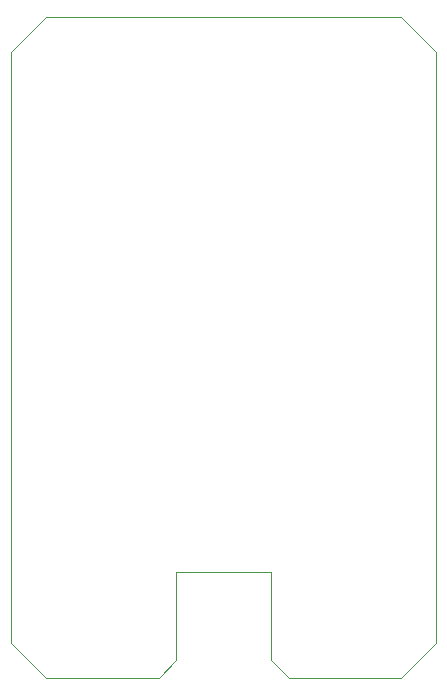
<source format=gbr>
%TF.GenerationSoftware,KiCad,Pcbnew,5.1.9-1.fc33*%
%TF.CreationDate,2021-01-18T20:35:51+01:00*%
%TF.ProjectId,Bottom,426f7474-6f6d-42e6-9b69-6361645f7063,rev?*%
%TF.SameCoordinates,PX4c4b400PY7270e00*%
%TF.FileFunction,Profile,NP*%
%FSLAX46Y46*%
G04 Gerber Fmt 4.6, Leading zero omitted, Abs format (unit mm)*
G04 Created by KiCad (PCBNEW 5.1.9-1.fc33) date 2021-01-18 20:35:51*
%MOMM*%
%LPD*%
G01*
G04 APERTURE LIST*
%TA.AperFunction,Profile*%
%ADD10C,0.050000*%
%TD*%
G04 APERTURE END LIST*
D10*
X14500000Y2000000D02*
X5000000Y2000000D01*
X16000000Y3500000D02*
X14500000Y2000000D01*
X16000000Y11000000D02*
X16000000Y3500000D01*
X24000000Y11000000D02*
X16000000Y11000000D01*
X24000000Y3500000D02*
X24000000Y11000000D01*
X25500000Y2000000D02*
X24000000Y3500000D01*
X35000000Y2000000D02*
X25500000Y2000000D01*
X2000000Y5000000D02*
X5000000Y2000000D01*
X2000000Y55000000D02*
X2000000Y5000000D01*
X5000000Y58000000D02*
X2000000Y55000000D01*
X35000000Y58000000D02*
X5000000Y58000000D01*
X38000000Y55000000D02*
X35000000Y58000000D01*
X38000000Y5000000D02*
X38000000Y55000000D01*
X35000000Y2000000D02*
X38000000Y5000000D01*
M02*

</source>
